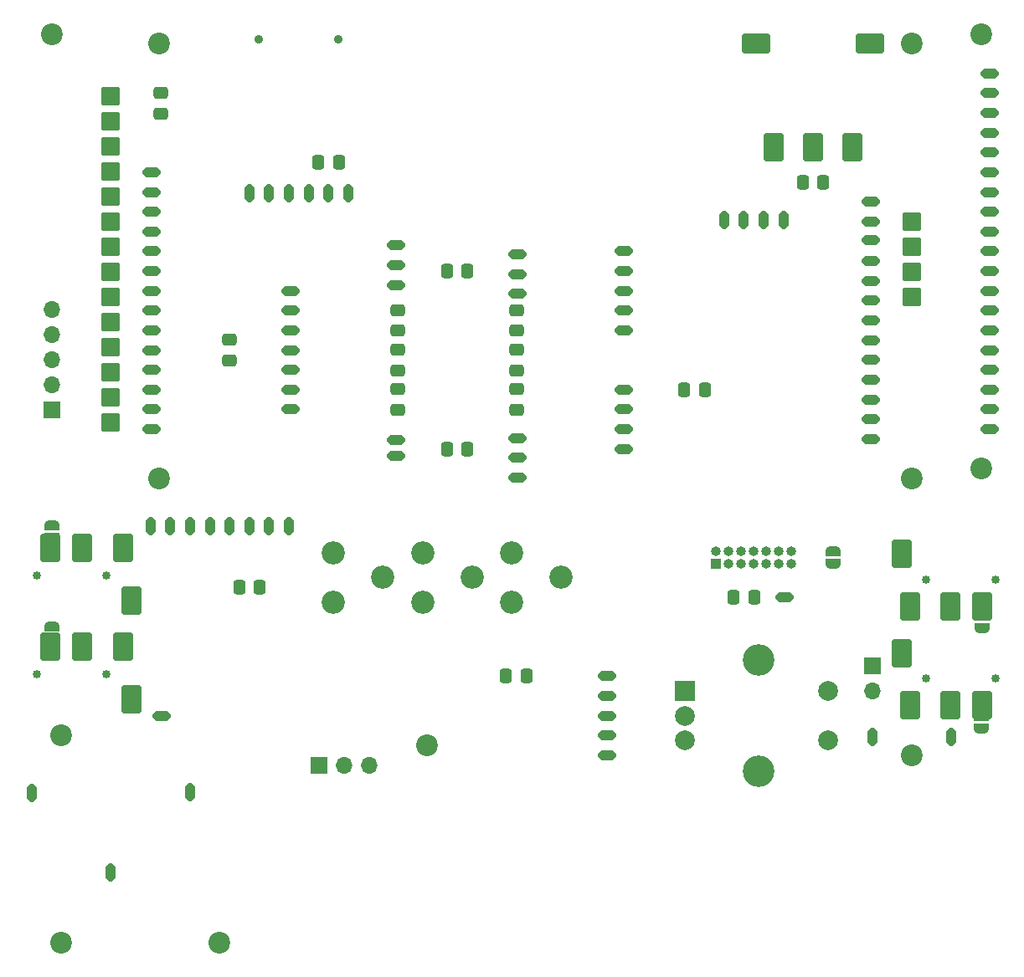
<source format=gbs>
%TF.GenerationSoftware,KiCad,Pcbnew,7.0.10*%
%TF.CreationDate,2024-03-06T19:41:30-08:00*%
%TF.ProjectId,player_system,706c6179-6572-45f7-9379-7374656d2e6b,rev?*%
%TF.SameCoordinates,Original*%
%TF.FileFunction,Soldermask,Bot*%
%TF.FilePolarity,Negative*%
%FSLAX46Y46*%
G04 Gerber Fmt 4.6, Leading zero omitted, Abs format (unit mm)*
G04 Created by KiCad (PCBNEW 7.0.10) date 2024-03-06 19:41:30*
%MOMM*%
%LPD*%
G01*
G04 APERTURE LIST*
G04 Aperture macros list*
%AMRoundRect*
0 Rectangle with rounded corners*
0 $1 Rounding radius*
0 $2 $3 $4 $5 $6 $7 $8 $9 X,Y pos of 4 corners*
0 Add a 4 corners polygon primitive as box body*
4,1,4,$2,$3,$4,$5,$6,$7,$8,$9,$2,$3,0*
0 Add four circle primitives for the rounded corners*
1,1,$1+$1,$2,$3*
1,1,$1+$1,$4,$5*
1,1,$1+$1,$6,$7*
1,1,$1+$1,$8,$9*
0 Add four rect primitives between the rounded corners*
20,1,$1+$1,$2,$3,$4,$5,0*
20,1,$1+$1,$4,$5,$6,$7,0*
20,1,$1+$1,$6,$7,$8,$9,0*
20,1,$1+$1,$8,$9,$2,$3,0*%
%AMFreePoly0*
4,1,17,-0.750000,0.450000,-0.742031,0.518685,-0.697499,0.619541,-0.619541,0.697499,-0.518685,0.742031,-0.450000,0.750000,0.000000,0.750000,0.750000,0.000000,0.750000,-0.450000,0.742031,-0.518685,0.697499,-0.619541,0.619541,-0.697499,0.518685,-0.742031,0.450000,-0.750000,0.000000,-0.750000,-0.750000,0.000000,-0.750000,0.450000,-0.750000,0.450000,$1*%
%AMFreePoly1*
4,1,33,0.500000,-0.750000,0.000000,-0.750000,0.000000,-0.749013,-0.031395,-0.749013,-0.093691,-0.741144,-0.154508,-0.725528,-0.212890,-0.702414,-0.267913,-0.672164,-0.318712,-0.635257,-0.364484,-0.592274,-0.404508,-0.543893,-0.438153,-0.490877,-0.464888,-0.434062,-0.484292,-0.374345,-0.496057,-0.312667,-0.500000,-0.250000,-0.500000,0.250000,-0.496057,0.312667,-0.484292,0.374345,-0.464888,0.434062,
-0.438153,0.490877,-0.404508,0.543893,-0.364484,0.592274,-0.318712,0.635257,-0.267913,0.672164,-0.212890,0.702414,-0.154508,0.725528,-0.093691,0.741144,-0.031395,0.749013,0.000000,0.749013,0.000000,0.750000,0.500000,0.750000,0.500000,-0.750000,0.500000,-0.750000,$1*%
%AMFreePoly2*
4,1,33,0.000000,0.749013,0.031395,0.749013,0.093691,0.741144,0.154508,0.725528,0.212890,0.702414,0.267913,0.672164,0.318712,0.635257,0.364484,0.592274,0.404508,0.543893,0.438153,0.490877,0.464888,0.434062,0.484292,0.374345,0.496057,0.312667,0.500000,0.250000,0.500000,-0.250000,0.496057,-0.312667,0.484292,-0.374345,0.464888,-0.434062,0.438153,-0.490877,0.404508,-0.543893,
0.364484,-0.592274,0.318712,-0.635257,0.267913,-0.672164,0.212890,-0.702414,0.154508,-0.725528,0.093691,-0.741144,0.031395,-0.749013,0.000000,-0.749013,0.000000,-0.750000,-0.500000,-0.750000,-0.500000,0.750000,0.000000,0.750000,0.000000,0.749013,0.000000,0.749013,$1*%
G04 Aperture macros list end*
%ADD10C,2.200000*%
%ADD11R,1.700000X1.700000*%
%ADD12O,1.700000X1.700000*%
%ADD13C,0.850000*%
%ADD14RoundRect,0.200000X-0.800000X-1.200000X0.800000X-1.200000X0.800000X1.200000X-0.800000X1.200000X0*%
%ADD15RoundRect,0.200000X0.800000X1.200000X-0.800000X1.200000X-0.800000X-1.200000X0.800000X-1.200000X0*%
%ADD16RoundRect,0.090000X-0.810000X-0.810000X0.810000X-0.810000X0.810000X0.810000X-0.810000X0.810000X0*%
%ADD17R,1.000000X1.000000*%
%ADD18O,1.000000X1.000000*%
%ADD19C,2.340000*%
%ADD20R,2.000000X2.000000*%
%ADD21C,2.000000*%
%ADD22C,3.200000*%
%ADD23C,0.900000*%
%ADD24RoundRect,0.250000X0.475000X-0.337500X0.475000X0.337500X-0.475000X0.337500X-0.475000X-0.337500X0*%
%ADD25FreePoly0,225.000000*%
%ADD26RoundRect,0.250000X0.337500X0.475000X-0.337500X0.475000X-0.337500X-0.475000X0.337500X-0.475000X0*%
%ADD27FreePoly0,45.000000*%
%ADD28RoundRect,0.250000X-0.337500X-0.475000X0.337500X-0.475000X0.337500X0.475000X-0.337500X0.475000X0*%
%ADD29FreePoly1,270.000000*%
%ADD30FreePoly2,270.000000*%
%ADD31FreePoly0,315.000000*%
%ADD32RoundRect,0.200000X1.200000X-0.800000X1.200000X0.800000X-1.200000X0.800000X-1.200000X-0.800000X0*%
%ADD33RoundRect,0.200000X-1.200000X0.800000X-1.200000X-0.800000X1.200000X-0.800000X1.200000X0.800000X0*%
%ADD34FreePoly0,135.000000*%
%ADD35RoundRect,0.250000X-0.475000X0.337500X-0.475000X-0.337500X0.475000X-0.337500X0.475000X0.337500X0*%
%ADD36FreePoly1,90.000000*%
%ADD37FreePoly2,90.000000*%
G04 APERTURE END LIST*
D10*
%TO.C,H9*%
X177000000Y-41000000D03*
%TD*%
D11*
%TO.C,J1*%
X173000000Y-104000000D03*
D12*
X173000000Y-106540000D03*
%TD*%
D13*
%TO.C,AUD_BLACK1*%
X185450000Y-95200000D03*
X178450000Y-95200000D03*
D14*
X180900000Y-97950000D03*
X184100000Y-97950000D03*
D15*
X175950000Y-92650000D03*
D14*
X176800000Y-97950000D03*
%TD*%
D10*
%TO.C,H11*%
X100900000Y-85000000D03*
%TD*%
%TO.C,H4*%
X91000000Y-111000000D03*
%TD*%
%TO.C,H8*%
X184000000Y-40000000D03*
%TD*%
%TO.C,H12*%
X100900000Y-41000000D03*
%TD*%
%TO.C,H6*%
X177000000Y-113000000D03*
%TD*%
D11*
%TO.C,bSWD1*%
X90000000Y-78075000D03*
D12*
X90000000Y-75535000D03*
X90000000Y-72995000D03*
X90000000Y-70455000D03*
X90000000Y-67915000D03*
%TD*%
D13*
%TO.C,AUD_PINK1*%
X88550000Y-104800000D03*
X95550000Y-104800000D03*
D15*
X93100000Y-102050000D03*
X89900000Y-102050000D03*
D14*
X98050000Y-107350000D03*
D15*
X97200000Y-102050000D03*
%TD*%
D16*
%TO.C,TFT1*%
X96000000Y-46300000D03*
X96000000Y-48840000D03*
X96000000Y-51380000D03*
X96000000Y-53920000D03*
X96000000Y-56460000D03*
X96000000Y-59000000D03*
X96000000Y-61540000D03*
X96000000Y-64080000D03*
X96000000Y-66620000D03*
X96000000Y-69160000D03*
X96000000Y-71700000D03*
X96000000Y-74240000D03*
X96000000Y-76780000D03*
X96000000Y-79320000D03*
X177000000Y-59000000D03*
X177000000Y-61540000D03*
X177000000Y-64080000D03*
X177000000Y-66620000D03*
%TD*%
D17*
%TO.C,JTAG1*%
X157175000Y-93625000D03*
D18*
X157175000Y-92355000D03*
X158445000Y-93625000D03*
X158445000Y-92355000D03*
X159715000Y-93625000D03*
X159715000Y-92355000D03*
X160985000Y-93625000D03*
X160985000Y-92355000D03*
X162255000Y-93625000D03*
X162255000Y-92355000D03*
X163525000Y-93625000D03*
X163525000Y-92355000D03*
X164795000Y-93625000D03*
X164795000Y-92355000D03*
%TD*%
D19*
%TO.C,BIASTRIM1*%
X118500000Y-92525000D03*
X123500000Y-95025000D03*
X118500000Y-97525000D03*
%TD*%
D13*
%TO.C,AUD_ORANGE1*%
X185450000Y-105200000D03*
X178450000Y-105200000D03*
D14*
X180900000Y-107950000D03*
X184100000Y-107950000D03*
D15*
X175950000Y-102650000D03*
D14*
X176800000Y-107950000D03*
%TD*%
D20*
%TO.C,ROTARY1*%
X154000000Y-106500000D03*
D21*
X154000000Y-111500000D03*
X154000000Y-109000000D03*
D22*
X161500000Y-103400000D03*
X161500000Y-114600000D03*
D21*
X168500000Y-111500000D03*
X168500000Y-106500000D03*
%TD*%
D23*
%TO.C,SDCARD1*%
X110984968Y-40521855D03*
X118984968Y-40521855D03*
%TD*%
D10*
%TO.C,H7*%
X90000000Y-40000000D03*
%TD*%
D11*
%TO.C,PWR_IN1*%
X117000000Y-114000000D03*
D12*
X119540000Y-114000000D03*
X122080000Y-114000000D03*
%TD*%
D10*
%TO.C,H10*%
X177000000Y-85000000D03*
%TD*%
D19*
%TO.C,GAINTRIM2*%
X136500000Y-92525000D03*
X141500000Y-95025000D03*
X136500000Y-97525000D03*
%TD*%
D13*
%TO.C,AUD_GREEN1*%
X88550000Y-94800000D03*
X95550000Y-94800000D03*
D15*
X93100000Y-92050000D03*
X89900000Y-92050000D03*
D14*
X98050000Y-97350000D03*
D15*
X97200000Y-92050000D03*
%TD*%
D10*
%TO.C,H5*%
X128000000Y-112000000D03*
%TD*%
%TO.C,H1*%
X107000000Y-132000000D03*
%TD*%
%TO.C,H2*%
X91000000Y-132000000D03*
%TD*%
D19*
%TO.C,GAINTRIM1*%
X127500000Y-92525000D03*
X132500000Y-95025000D03*
X127500000Y-97525000D03*
%TD*%
D10*
%TO.C,H3*%
X184000000Y-84000000D03*
%TD*%
D24*
%TO.C,C16*%
X108000000Y-73037500D03*
X108000000Y-70962500D03*
%TD*%
D25*
%TO.C,TP29*%
X172858579Y-71000000D03*
%TD*%
D26*
%TO.C,C24*%
X168037500Y-55000000D03*
X165962500Y-55000000D03*
%TD*%
D27*
%TO.C,TP15*%
X100141421Y-64000000D03*
%TD*%
D25*
%TO.C,TP77*%
X184858579Y-72000000D03*
%TD*%
D28*
%TO.C,C21*%
X116962500Y-53000000D03*
X119037500Y-53000000D03*
%TD*%
D25*
%TO.C,TP96*%
X147858579Y-82000000D03*
%TD*%
%TO.C,TP3*%
X124858579Y-61400000D03*
%TD*%
%TO.C,TP94*%
X172858579Y-59000000D03*
%TD*%
D24*
%TO.C,C20*%
X125000000Y-74037500D03*
X125000000Y-71962500D03*
%TD*%
D25*
%TO.C,TP73*%
X184858579Y-64000000D03*
%TD*%
D29*
%TO.C,AUD_GND3*%
X184000000Y-109000000D03*
D30*
X184000000Y-110300000D03*
%TD*%
D31*
%TO.C,TP22*%
X114000000Y-56141421D03*
%TD*%
D27*
%TO.C,TP4*%
X137141421Y-64300000D03*
%TD*%
D25*
%TO.C,TP76*%
X184858579Y-70000000D03*
%TD*%
D27*
%TO.C,TP8*%
X137141421Y-84900000D03*
%TD*%
D14*
%TO.C,VOLUME1*%
X171000000Y-51500000D03*
X167000000Y-51500000D03*
X163000000Y-51500000D03*
D32*
X172750000Y-41000000D03*
D33*
X161250000Y-41000000D03*
%TD*%
D25*
%TO.C,TP88*%
X172858579Y-73000000D03*
%TD*%
D27*
%TO.C,TP13*%
X100141421Y-56000000D03*
%TD*%
D34*
%TO.C,TP32*%
X112000000Y-89858579D03*
%TD*%
%TO.C,TP59*%
X88000000Y-116858579D03*
%TD*%
D27*
%TO.C,TP51*%
X114141421Y-74000000D03*
%TD*%
D25*
%TO.C,TP67*%
X184858579Y-52000000D03*
%TD*%
%TO.C,TP6*%
X124858579Y-65400000D03*
%TD*%
D34*
%TO.C,TP33*%
X114000000Y-89858579D03*
%TD*%
D31*
%TO.C,SD_DAT2*%
X120000000Y-56141421D03*
%TD*%
D27*
%TO.C,TP46*%
X100141421Y-66000000D03*
%TD*%
D25*
%TO.C,TP79*%
X184858579Y-76000000D03*
%TD*%
%TO.C,TP92*%
X147858579Y-64000000D03*
%TD*%
D27*
%TO.C,TP5*%
X137141421Y-62300000D03*
%TD*%
%TO.C,TP41*%
X146141421Y-109000000D03*
%TD*%
D25*
%TO.C,TP63*%
X184858579Y-44000000D03*
%TD*%
%TO.C,TP93*%
X147858579Y-62000000D03*
%TD*%
%TO.C,TP18*%
X172858579Y-67000000D03*
%TD*%
%TO.C,TP74*%
X184858579Y-66000000D03*
%TD*%
D27*
%TO.C,TP50*%
X114141421Y-66000000D03*
%TD*%
D35*
%TO.C,C17*%
X125000000Y-67962500D03*
X125000000Y-70037500D03*
%TD*%
D27*
%TO.C,TP52*%
X100141421Y-76000000D03*
%TD*%
%TO.C,TP40*%
X146141421Y-113000000D03*
%TD*%
%TO.C,TP53*%
X100141421Y-78000000D03*
%TD*%
D25*
%TO.C,TP28*%
X147858579Y-76000000D03*
%TD*%
D27*
%TO.C,TP58*%
X114141421Y-78000000D03*
%TD*%
D28*
%TO.C,C12*%
X129962500Y-64000000D03*
X132037500Y-64000000D03*
%TD*%
D25*
%TO.C,TP30*%
X147858579Y-78000000D03*
%TD*%
D35*
%TO.C,C11*%
X101000000Y-45962500D03*
X101000000Y-48037500D03*
%TD*%
D27*
%TO.C,TP44*%
X100141421Y-70000000D03*
%TD*%
%TO.C,TP61*%
X101141421Y-109000000D03*
%TD*%
D25*
%TO.C,TP86*%
X147858579Y-70000000D03*
%TD*%
D26*
%TO.C,C7*%
X132037500Y-82000000D03*
X129962500Y-82000000D03*
%TD*%
D34*
%TO.C,TP37*%
X160000000Y-58858579D03*
%TD*%
D28*
%TO.C,C14*%
X153962500Y-76000000D03*
X156037500Y-76000000D03*
%TD*%
D27*
%TO.C,TP57*%
X114141421Y-72000000D03*
%TD*%
%TO.C,TP1*%
X137141421Y-66300000D03*
%TD*%
D34*
%TO.C,TP89*%
X100000000Y-89858579D03*
%TD*%
D31*
%TO.C,TP34*%
X173000000Y-111141421D03*
%TD*%
D29*
%TO.C,AUD_GND4*%
X184100000Y-98850000D03*
D30*
X184100000Y-100150000D03*
%TD*%
D25*
%TO.C,TP99*%
X172858579Y-77000000D03*
%TD*%
%TO.C,TP69*%
X184858579Y-56000000D03*
%TD*%
D34*
%TO.C,TP83*%
X102000000Y-89858579D03*
%TD*%
D27*
%TO.C,TP54*%
X114141421Y-76000000D03*
%TD*%
D25*
%TO.C,TP75*%
X184858579Y-68000000D03*
%TD*%
%TO.C,TP27*%
X172858579Y-69000000D03*
%TD*%
%TO.C,TP64*%
X184858579Y-46000000D03*
%TD*%
%TO.C,TP66*%
X184858579Y-50000000D03*
%TD*%
D27*
%TO.C,TP42*%
X146141421Y-111000000D03*
%TD*%
D34*
%TO.C,TP31*%
X110000000Y-89858579D03*
%TD*%
D31*
%TO.C,TP25*%
X112000000Y-56141421D03*
%TD*%
D27*
%TO.C,TP82*%
X164141421Y-97000000D03*
%TD*%
D31*
%TO.C,SD_DAT1*%
X110000000Y-56141421D03*
%TD*%
D25*
%TO.C,TP10*%
X124858579Y-82700000D03*
%TD*%
D34*
%TO.C,TP84*%
X106000000Y-89858579D03*
%TD*%
D24*
%TO.C,C8*%
X137000000Y-70037500D03*
X137000000Y-67962500D03*
%TD*%
D28*
%TO.C,C18*%
X135962500Y-105000000D03*
X138037500Y-105000000D03*
%TD*%
D25*
%TO.C,TP80*%
X184858579Y-78000000D03*
%TD*%
D35*
%TO.C,C9*%
X137000000Y-71962500D03*
X137000000Y-74037500D03*
%TD*%
D27*
%TO.C,TP7*%
X137141421Y-82900000D03*
%TD*%
D25*
%TO.C,TP98*%
X172858579Y-75000000D03*
%TD*%
D27*
%TO.C,TP17*%
X100141421Y-54000000D03*
%TD*%
%TO.C,TP16*%
X100141421Y-60000000D03*
%TD*%
D25*
%TO.C,TP100*%
X172858579Y-79000000D03*
%TD*%
D36*
%TO.C,AUD_GND1*%
X90000000Y-101300000D03*
D37*
X90000000Y-100000000D03*
%TD*%
D25*
%TO.C,TP9*%
X124858579Y-81100000D03*
%TD*%
%TO.C,TP87*%
X147858579Y-68000000D03*
%TD*%
%TO.C,TP21*%
X172858579Y-60878680D03*
%TD*%
D27*
%TO.C,TP47*%
X100141421Y-68000000D03*
%TD*%
D34*
%TO.C,TP35*%
X164000000Y-58858579D03*
%TD*%
D25*
%TO.C,TP2*%
X124858579Y-63400000D03*
%TD*%
%TO.C,TP91*%
X147858579Y-66000000D03*
%TD*%
D27*
%TO.C,TP55*%
X100141421Y-80000000D03*
%TD*%
D28*
%TO.C,C22*%
X108962500Y-96000000D03*
X111037500Y-96000000D03*
%TD*%
D25*
%TO.C,TP65*%
X184858579Y-48000000D03*
%TD*%
D34*
%TO.C,TP60*%
X96000000Y-124858579D03*
%TD*%
D31*
%TO.C,TP23*%
X118000000Y-56141421D03*
%TD*%
D34*
%TO.C,TP85*%
X108000000Y-89858579D03*
%TD*%
D25*
%TO.C,TP19*%
X172858579Y-65000000D03*
%TD*%
D27*
%TO.C,TP11*%
X137141421Y-80900000D03*
%TD*%
%TO.C,TP14*%
X100141421Y-58000000D03*
%TD*%
D31*
%TO.C,TP97*%
X181000000Y-111141421D03*
%TD*%
D29*
%TO.C,GNDDET1*%
X169000000Y-92350000D03*
D30*
X169000000Y-93650000D03*
%TD*%
D25*
%TO.C,TP95*%
X172858579Y-57000000D03*
%TD*%
%TO.C,TP68*%
X184858579Y-54000000D03*
%TD*%
%TO.C,TP72*%
X184858579Y-62000000D03*
%TD*%
D27*
%TO.C,TP45*%
X100141421Y-72000000D03*
%TD*%
%TO.C,TP43*%
X146141421Y-105000000D03*
%TD*%
D31*
%TO.C,TP24*%
X116000000Y-56141421D03*
%TD*%
D24*
%TO.C,C13*%
X137000000Y-78037500D03*
X137000000Y-75962500D03*
%TD*%
D35*
%TO.C,C19*%
X125000000Y-75962500D03*
X125000000Y-78037500D03*
%TD*%
D34*
%TO.C,TP36*%
X162000000Y-58858579D03*
%TD*%
D25*
%TO.C,TP20*%
X172858579Y-62939340D03*
%TD*%
%TO.C,TP70*%
X184858579Y-58000000D03*
%TD*%
%TO.C,TP101*%
X172858579Y-81000000D03*
%TD*%
D34*
%TO.C,TP26*%
X104000000Y-89858579D03*
%TD*%
D28*
%TO.C,C15*%
X158962500Y-97000000D03*
X161037500Y-97000000D03*
%TD*%
D34*
%TO.C,TP38*%
X158000000Y-58858579D03*
%TD*%
D27*
%TO.C,TP39*%
X146141421Y-107000000D03*
%TD*%
%TO.C,TP48*%
X114141421Y-70000000D03*
%TD*%
D25*
%TO.C,TP78*%
X184858579Y-74000000D03*
%TD*%
D27*
%TO.C,TP56*%
X100141421Y-74000000D03*
%TD*%
D25*
%TO.C,TP71*%
X184858579Y-60000000D03*
%TD*%
D27*
%TO.C,TP12*%
X100141421Y-62000000D03*
%TD*%
D25*
%TO.C,TP81*%
X184858579Y-80000000D03*
%TD*%
%TO.C,TP90*%
X147858579Y-80000000D03*
%TD*%
D36*
%TO.C,AUD_GND2*%
X90000000Y-91000000D03*
D37*
X90000000Y-89700000D03*
%TD*%
D27*
%TO.C,TP49*%
X114141421Y-68000000D03*
%TD*%
D34*
%TO.C,TP62*%
X104000000Y-116738579D03*
%TD*%
M02*

</source>
